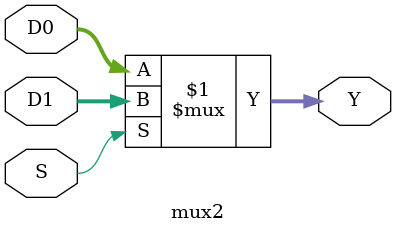
<source format=sv>
`timescale 1ns / 1ps

module mux2 # (parameter WIDTH = 8)
        (input logic [WIDTH-1:0] D0,
         input logic [WIDTH-1:0] D1,
         input logic S,
         output logic [WIDTH-1:0] Y);
     assign Y = (S ? D1 : D0);
endmodule
</source>
